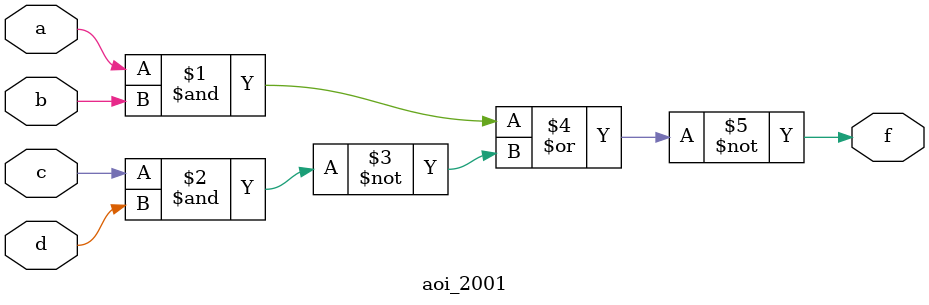
<source format=v>
module aoi_2001(input wire a,b,c,d, output wire f);
	assign f = ~((a&b)|(~(c&d)));
endmodule


</source>
